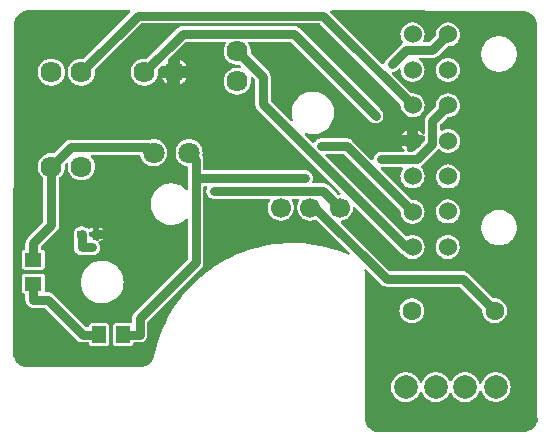
<source format=gtl>
G04 Layer: TopLayer*
G04 EasyEDA v6.4.17, 2021-03-23T23:00:37--7:00*
G04 a523c0ef729f478fa846602dc6c0f112,debd25b7e7f645e7808fdd9718494454,10*
G04 Gerber Generator version 0.2*
G04 Scale: 100 percent, Rotated: No, Reflected: No *
G04 Dimensions in millimeters *
G04 leading zeros omitted , absolute positions ,4 integer and 5 decimal *
%FSLAX45Y45*%
%MOMM*%

%ADD11C,0.8000*%
%ADD12C,0.6100*%
%ADD13R,1.4699X1.1600*%
%ADD16C,1.5240*%
%ADD17C,1.8000*%
%ADD18C,1.7880*%
%ADD19C,1.6000*%
%ADD20C,2.0000*%
%ADD21C,1.7000*%

%LPD*%
G36*
X8840165Y4620310D02*
G01*
X8824772Y4621225D01*
X8811006Y4623612D01*
X8797645Y4627524D01*
X8784793Y4632909D01*
X8772652Y4639716D01*
X8761323Y4647844D01*
X8750960Y4657191D01*
X8741714Y4667605D01*
X8733688Y4678984D01*
X8727033Y4691227D01*
X8721750Y4704130D01*
X8717940Y4717542D01*
X8715654Y4731308D01*
X8714892Y4745634D01*
X8714892Y5948273D01*
X8713927Y5966663D01*
X8710777Y5986119D01*
X8710168Y5988812D01*
X8710117Y5993130D01*
X8711895Y5997092D01*
X8715146Y5999988D01*
X8719312Y6001207D01*
X8723579Y6000597D01*
X8727236Y5998260D01*
X8850934Y5874613D01*
X8859062Y5867654D01*
X8867851Y5862269D01*
X8877350Y5858306D01*
X8887358Y5855919D01*
X8898026Y5855106D01*
X9510877Y5855106D01*
X9514738Y5854293D01*
X9518040Y5852109D01*
X9703409Y5666740D01*
X9705746Y5663133D01*
X9706356Y5658916D01*
X9705898Y5651500D01*
X9706762Y5637733D01*
X9709454Y5624169D01*
X9713925Y5611063D01*
X9720021Y5598668D01*
X9727692Y5587187D01*
X9736836Y5576824D01*
X9747199Y5567680D01*
X9758680Y5560009D01*
X9771075Y5553913D01*
X9784181Y5549442D01*
X9797745Y5546750D01*
X9811512Y5545886D01*
X9825278Y5546750D01*
X9838842Y5549442D01*
X9851948Y5553913D01*
X9864344Y5560009D01*
X9875824Y5567680D01*
X9886188Y5576824D01*
X9895332Y5587187D01*
X9903002Y5598668D01*
X9909098Y5611063D01*
X9913569Y5624169D01*
X9916261Y5637733D01*
X9917125Y5651500D01*
X9916261Y5665266D01*
X9913569Y5678830D01*
X9909098Y5691936D01*
X9903002Y5704332D01*
X9895332Y5715812D01*
X9886188Y5726176D01*
X9875824Y5735320D01*
X9864344Y5742990D01*
X9851948Y5749086D01*
X9838842Y5753557D01*
X9825278Y5756249D01*
X9811512Y5757113D01*
X9804095Y5756656D01*
X9799878Y5757265D01*
X9796272Y5759602D01*
X9588957Y5966866D01*
X9580829Y5973826D01*
X9572040Y5979210D01*
X9562541Y5983173D01*
X9552533Y5985560D01*
X9541865Y5986373D01*
X8929014Y5986373D01*
X8925153Y5987186D01*
X8921851Y5989370D01*
X8513775Y6397447D01*
X8511387Y6401206D01*
X8510879Y6405676D01*
X8512302Y6409944D01*
X8515451Y6413144D01*
X8519668Y6414668D01*
X8522462Y6415024D01*
X8536178Y6418630D01*
X8549284Y6423964D01*
X8561679Y6430924D01*
X8573008Y6439408D01*
X8583218Y6449263D01*
X8592058Y6460337D01*
X8599373Y6472478D01*
X8605113Y6485432D01*
X8609177Y6498996D01*
X8611412Y6513017D01*
X8611717Y6522161D01*
X8612581Y6525971D01*
X8614867Y6529171D01*
X8618118Y6531254D01*
X8621979Y6531965D01*
X8625789Y6531203D01*
X8629040Y6529019D01*
X9014256Y6143853D01*
X9022384Y6136894D01*
X9031173Y6131509D01*
X9034221Y6129934D01*
X9035948Y6128308D01*
X9043720Y6119164D01*
X9053779Y6110020D01*
X9065006Y6102299D01*
X9077147Y6096203D01*
X9089999Y6091732D01*
X9103309Y6088989D01*
X9116923Y6088126D01*
X9130487Y6088989D01*
X9143796Y6091732D01*
X9156649Y6096203D01*
X9168790Y6102299D01*
X9180017Y6110020D01*
X9190075Y6119164D01*
X9198864Y6129528D01*
X9206179Y6141008D01*
X9211919Y6153353D01*
X9215932Y6166307D01*
X9218218Y6179718D01*
X9218676Y6193332D01*
X9217304Y6206896D01*
X9214154Y6220104D01*
X9209278Y6232804D01*
X9202724Y6244742D01*
X9194647Y6255664D01*
X9185198Y6265468D01*
X9174530Y6273901D01*
X9162846Y6280810D01*
X9150299Y6286144D01*
X9137192Y6289700D01*
X9123680Y6291529D01*
X9110116Y6291529D01*
X9096603Y6289700D01*
X9083497Y6286144D01*
X9071660Y6281115D01*
X9067749Y6280302D01*
X9063837Y6281064D01*
X9060484Y6283299D01*
X8381847Y6961936D01*
X8379612Y6965238D01*
X8378850Y6969150D01*
X8379612Y6973011D01*
X8381847Y6976313D01*
X8385098Y6978497D01*
X8389010Y6979310D01*
X8530437Y6979310D01*
X8534298Y6978497D01*
X8537600Y6976313D01*
X9012224Y6501688D01*
X9014612Y6497929D01*
X9015120Y6493357D01*
X9015577Y6479743D01*
X9017863Y6466332D01*
X9021876Y6453327D01*
X9027617Y6440982D01*
X9034932Y6429552D01*
X9043720Y6419138D01*
X9053779Y6409994D01*
X9065006Y6402324D01*
X9077147Y6396177D01*
X9089999Y6391706D01*
X9103309Y6389014D01*
X9116923Y6388100D01*
X9130487Y6389014D01*
X9143796Y6391706D01*
X9156649Y6396177D01*
X9168790Y6402324D01*
X9180017Y6409994D01*
X9190075Y6419138D01*
X9198864Y6429552D01*
X9206179Y6440982D01*
X9211919Y6453327D01*
X9215932Y6466332D01*
X9218218Y6479743D01*
X9218676Y6493357D01*
X9217304Y6506870D01*
X9214154Y6520078D01*
X9209278Y6532778D01*
X9202724Y6544716D01*
X9194647Y6555689D01*
X9185198Y6565442D01*
X9174530Y6573875D01*
X9162846Y6580835D01*
X9150299Y6586118D01*
X9137192Y6589725D01*
X9123680Y6591553D01*
X9112300Y6591553D01*
X9108389Y6592316D01*
X9105087Y6594500D01*
X8849969Y6849668D01*
X8847734Y6852970D01*
X8846972Y6856882D01*
X8847734Y6860743D01*
X8849969Y6864045D01*
X8853220Y6866229D01*
X8857132Y6867042D01*
X9027363Y6867042D01*
X9031732Y6866026D01*
X9035237Y6863334D01*
X9037218Y6859371D01*
X9037370Y6854901D01*
X9035542Y6850837D01*
X9031071Y6844741D01*
X9024518Y6832803D01*
X9019641Y6820103D01*
X9016492Y6806895D01*
X9015120Y6793331D01*
X9015577Y6779768D01*
X9017863Y6766306D01*
X9021876Y6753352D01*
X9027617Y6741007D01*
X9034932Y6729526D01*
X9043720Y6719163D01*
X9053779Y6710019D01*
X9065006Y6702298D01*
X9077147Y6696202D01*
X9089999Y6691731D01*
X9103309Y6688988D01*
X9116923Y6688124D01*
X9130487Y6688988D01*
X9143796Y6691731D01*
X9156649Y6696202D01*
X9168790Y6702298D01*
X9180017Y6710019D01*
X9190075Y6719163D01*
X9198864Y6729526D01*
X9206179Y6741007D01*
X9211919Y6753352D01*
X9215932Y6766306D01*
X9218218Y6779768D01*
X9218676Y6793331D01*
X9217304Y6806895D01*
X9214154Y6820103D01*
X9209278Y6832803D01*
X9202724Y6844741D01*
X9194647Y6855663D01*
X9187586Y6863029D01*
X9185249Y6866890D01*
X9184792Y6871360D01*
X9186367Y6875576D01*
X9189567Y6878726D01*
X9190939Y6879590D01*
X9199067Y6886549D01*
X9330385Y7017816D01*
X9333585Y7020001D01*
X9337344Y7020814D01*
X9341104Y7020153D01*
X9344406Y7018172D01*
X9354718Y7008825D01*
X9365945Y7001154D01*
X9378086Y6995007D01*
X9390938Y6990537D01*
X9404248Y6987844D01*
X9417812Y6986930D01*
X9431375Y6987844D01*
X9444736Y6990537D01*
X9457588Y6995007D01*
X9469729Y7001154D01*
X9480956Y7008825D01*
X9491014Y7017969D01*
X9499803Y7028383D01*
X9507118Y7039813D01*
X9512858Y7052157D01*
X9516872Y7065162D01*
X9519158Y7078573D01*
X9519615Y7092188D01*
X9518243Y7105700D01*
X9515094Y7118959D01*
X9510217Y7131608D01*
X9503664Y7143546D01*
X9495586Y7154519D01*
X9486138Y7164273D01*
X9475470Y7172706D01*
X9463735Y7179665D01*
X9451238Y7184948D01*
X9438081Y7188555D01*
X9424619Y7190384D01*
X9411004Y7190384D01*
X9397542Y7188555D01*
X9384436Y7184948D01*
X9371888Y7179665D01*
X9366453Y7176414D01*
X9362440Y7175093D01*
X9358223Y7175500D01*
X9354515Y7177582D01*
X9352026Y7181037D01*
X9351111Y7185202D01*
X9351111Y7226960D01*
X9351924Y7230821D01*
X9354108Y7234123D01*
X9405264Y7285380D01*
X9408871Y7287717D01*
X9413138Y7288377D01*
X9416897Y7288123D01*
X9430461Y7288987D01*
X9443821Y7291730D01*
X9456674Y7296200D01*
X9468815Y7302296D01*
X9479991Y7310018D01*
X9490100Y7319162D01*
X9498888Y7329525D01*
X9506204Y7341006D01*
X9511944Y7353350D01*
X9515957Y7366304D01*
X9518243Y7379766D01*
X9518650Y7393330D01*
X9517329Y7406894D01*
X9514179Y7420102D01*
X9509252Y7432802D01*
X9502749Y7444740D01*
X9494672Y7455662D01*
X9485223Y7465466D01*
X9474555Y7473899D01*
X9462820Y7480808D01*
X9450324Y7486142D01*
X9437166Y7489748D01*
X9423704Y7491526D01*
X9410090Y7491526D01*
X9396628Y7489748D01*
X9383522Y7486142D01*
X9370974Y7480808D01*
X9359290Y7473899D01*
X9348571Y7465466D01*
X9339122Y7455662D01*
X9331045Y7444740D01*
X9324543Y7432802D01*
X9319615Y7420102D01*
X9316466Y7406894D01*
X9315145Y7393330D01*
X9315399Y7385761D01*
X9314688Y7381697D01*
X9312402Y7378242D01*
X9239300Y7304989D01*
X9232392Y7296861D01*
X9227007Y7288072D01*
X9223044Y7278573D01*
X9220657Y7268565D01*
X9219844Y7257897D01*
X9219844Y7152436D01*
X9218930Y7148322D01*
X9216491Y7144918D01*
X9212834Y7142784D01*
X9208668Y7142327D01*
X9204655Y7143648D01*
X9201505Y7146442D01*
X9194647Y7155688D01*
X9185198Y7165441D01*
X9174530Y7173874D01*
X9162846Y7180834D01*
X9161373Y7181443D01*
X9161373Y7134402D01*
X9209684Y7134402D01*
X9213545Y7133590D01*
X9216847Y7131405D01*
X9219031Y7128103D01*
X9219844Y7124242D01*
X9219844Y7097166D01*
X9219031Y7093305D01*
X9216847Y7090003D01*
X9175343Y7048449D01*
X9172041Y7046264D01*
X9168130Y7045502D01*
X9161373Y7045502D01*
X9161373Y7038695D01*
X9160560Y7034834D01*
X9158376Y7031532D01*
X9128150Y7001306D01*
X9124848Y6999122D01*
X9120987Y6998309D01*
X9082633Y6998309D01*
X9078722Y6999122D01*
X9075420Y7001306D01*
X9073235Y7004608D01*
X9072473Y7008469D01*
X9072473Y7045502D01*
X9025534Y7045502D01*
X9027617Y7040981D01*
X9034932Y7029551D01*
X9043720Y7019137D01*
X9047124Y7016038D01*
X9049562Y7012787D01*
X9050477Y7008825D01*
X9049816Y7004862D01*
X9047632Y7001408D01*
X9044279Y6999122D01*
X9040317Y6998309D01*
X8852560Y6998309D01*
X8841892Y6997496D01*
X8831884Y6995109D01*
X8822385Y6991146D01*
X8813596Y6985762D01*
X8805773Y6979056D01*
X8799068Y6971233D01*
X8793683Y6962444D01*
X8789720Y6952945D01*
X8787333Y6942937D01*
X8786825Y6936486D01*
X8785809Y6932777D01*
X8783523Y6929729D01*
X8780221Y6927748D01*
X8776462Y6927138D01*
X8772702Y6927951D01*
X8769502Y6930085D01*
X8608517Y7091070D01*
X8600389Y7098030D01*
X8591600Y7103414D01*
X8582101Y7107377D01*
X8572093Y7109764D01*
X8561425Y7110577D01*
X8342274Y7110577D01*
X8331606Y7109764D01*
X8321598Y7107377D01*
X8312099Y7103414D01*
X8303310Y7098030D01*
X8295487Y7091324D01*
X8288781Y7083501D01*
X8284667Y7076795D01*
X8282228Y7074103D01*
X8278977Y7072426D01*
X8275370Y7071969D01*
X8271814Y7072884D01*
X8268817Y7074966D01*
X8205673Y7138111D01*
X8203488Y7141362D01*
X8202675Y7145121D01*
X8203336Y7148982D01*
X8205419Y7152233D01*
X8208568Y7154519D01*
X8212328Y7155434D01*
X8216188Y7154875D01*
X8222792Y7152589D01*
X8240877Y7148322D01*
X8259318Y7145934D01*
X8277910Y7145477D01*
X8296452Y7146899D01*
X8314740Y7150252D01*
X8332622Y7155434D01*
X8349843Y7162444D01*
X8366252Y7171181D01*
X8381695Y7181545D01*
X8395970Y7193483D01*
X8408924Y7206792D01*
X8420506Y7221372D01*
X8430463Y7237069D01*
X8438794Y7253731D01*
X8445347Y7271105D01*
X8450072Y7289088D01*
X8452967Y7307478D01*
X8453882Y7326020D01*
X8452967Y7344613D01*
X8450072Y7363002D01*
X8445347Y7380986D01*
X8438794Y7398359D01*
X8430463Y7415022D01*
X8420506Y7430719D01*
X8408924Y7445298D01*
X8395970Y7458608D01*
X8381695Y7470546D01*
X8366252Y7480909D01*
X8349843Y7489647D01*
X8332622Y7496657D01*
X8314740Y7501839D01*
X8296452Y7505192D01*
X8277910Y7506614D01*
X8259318Y7506157D01*
X8240877Y7503769D01*
X8222792Y7499502D01*
X8205216Y7493355D01*
X8188350Y7485481D01*
X8172399Y7475931D01*
X8157565Y7464755D01*
X8143900Y7452106D01*
X8131606Y7438136D01*
X8120837Y7422997D01*
X8111693Y7406792D01*
X8104225Y7389774D01*
X8098586Y7372045D01*
X8094776Y7353858D01*
X8092846Y7335367D01*
X8092846Y7316724D01*
X8094776Y7298232D01*
X8098586Y7280046D01*
X8102193Y7268718D01*
X8102600Y7264247D01*
X8101025Y7260081D01*
X8097824Y7256932D01*
X8093557Y7255509D01*
X8089138Y7256068D01*
X8085328Y7258456D01*
X7920278Y7423505D01*
X7918094Y7426807D01*
X7917281Y7430668D01*
X7917281Y7629245D01*
X7916468Y7639913D01*
X7914081Y7649921D01*
X7910118Y7659420D01*
X7904734Y7668209D01*
X7897774Y7676337D01*
X7749540Y7824622D01*
X7747609Y7827264D01*
X7746644Y7830413D01*
X7747711Y7848600D01*
X7746847Y7863027D01*
X7744104Y7877200D01*
X7739634Y7890967D01*
X7733487Y7904022D01*
X7727086Y7914131D01*
X7725613Y7918196D01*
X7725918Y7922514D01*
X7728000Y7926273D01*
X7731455Y7928864D01*
X7735671Y7929778D01*
X8082127Y7929778D01*
X8085988Y7928965D01*
X8089290Y7926781D01*
X8758428Y7257389D01*
X8766606Y7250430D01*
X8775344Y7245045D01*
X8784894Y7241133D01*
X8794902Y7238695D01*
X8805164Y7237882D01*
X8815425Y7238695D01*
X8825433Y7241082D01*
X8834932Y7245045D01*
X8843721Y7250430D01*
X8851544Y7257084D01*
X8858250Y7264958D01*
X8863634Y7273696D01*
X8867546Y7283246D01*
X8869984Y7293254D01*
X8870797Y7303516D01*
X8869984Y7313777D01*
X8867597Y7323785D01*
X8863634Y7333284D01*
X8858250Y7342073D01*
X8851290Y7350201D01*
X8160258Y8041538D01*
X8152079Y8048498D01*
X8143341Y8053882D01*
X8133791Y8057794D01*
X8123783Y8060232D01*
X8113115Y8061045D01*
X7170318Y8061045D01*
X7159650Y8060232D01*
X7149642Y8057845D01*
X7140143Y8053882D01*
X7131354Y8048498D01*
X7123226Y8041538D01*
X6869277Y7787640D01*
X6866636Y7785709D01*
X6863486Y7784744D01*
X6845300Y7785811D01*
X6830872Y7784947D01*
X6816699Y7782204D01*
X6802932Y7777734D01*
X6789877Y7771587D01*
X6777685Y7763865D01*
X6766559Y7754670D01*
X6756653Y7744104D01*
X6748170Y7732420D01*
X6741210Y7719771D01*
X6735876Y7706359D01*
X6732320Y7692339D01*
X6730492Y7678013D01*
X6730492Y7663586D01*
X6732320Y7649260D01*
X6735876Y7635240D01*
X6741210Y7621828D01*
X6748170Y7609179D01*
X6756653Y7597495D01*
X6766559Y7586929D01*
X6777685Y7577734D01*
X6789877Y7570012D01*
X6802932Y7563866D01*
X6816699Y7559395D01*
X6830872Y7556652D01*
X6845300Y7555788D01*
X6859727Y7556652D01*
X6873900Y7559395D01*
X6887667Y7563866D01*
X6900722Y7570012D01*
X6912914Y7577734D01*
X6924040Y7586929D01*
X6933946Y7597495D01*
X6942429Y7609179D01*
X6949389Y7621828D01*
X6954723Y7635240D01*
X6958279Y7649260D01*
X6960108Y7663586D01*
X6960108Y7678013D01*
X6959092Y7686192D01*
X6959142Y7689240D01*
X6960158Y7692136D01*
X6961987Y7694625D01*
X6986219Y7718856D01*
X6989521Y7721092D01*
X6993381Y7721853D01*
X7048246Y7721853D01*
X7048246Y7776718D01*
X7049008Y7780578D01*
X7051243Y7783880D01*
X7194143Y7926781D01*
X7197445Y7928965D01*
X7201306Y7929778D01*
X7529728Y7929778D01*
X7533944Y7928864D01*
X7537399Y7926273D01*
X7539481Y7922514D01*
X7539786Y7918196D01*
X7538313Y7914131D01*
X7531912Y7904022D01*
X7525766Y7890967D01*
X7521295Y7877200D01*
X7518552Y7863027D01*
X7517688Y7848600D01*
X7518552Y7834172D01*
X7521295Y7819999D01*
X7525766Y7806232D01*
X7531912Y7793177D01*
X7539634Y7780985D01*
X7548829Y7769859D01*
X7559395Y7759953D01*
X7571079Y7751470D01*
X7583728Y7744510D01*
X7597140Y7739176D01*
X7611160Y7735620D01*
X7625486Y7733792D01*
X7639913Y7733792D01*
X7648092Y7734808D01*
X7651140Y7734757D01*
X7654036Y7733741D01*
X7656525Y7731912D01*
X7663789Y7724648D01*
X7666075Y7721193D01*
X7666736Y7717028D01*
X7665720Y7713014D01*
X7663129Y7709712D01*
X7659471Y7707731D01*
X7655306Y7707426D01*
X7639913Y7709408D01*
X7625486Y7709408D01*
X7611160Y7707579D01*
X7597140Y7704023D01*
X7583728Y7698689D01*
X7571079Y7691729D01*
X7559395Y7683246D01*
X7548829Y7673340D01*
X7539634Y7662214D01*
X7531912Y7650022D01*
X7525766Y7636967D01*
X7521295Y7623200D01*
X7518552Y7609027D01*
X7517688Y7594600D01*
X7518552Y7580172D01*
X7521295Y7565999D01*
X7525766Y7552232D01*
X7531912Y7539177D01*
X7539634Y7526985D01*
X7548829Y7515859D01*
X7559395Y7505953D01*
X7571079Y7497470D01*
X7583728Y7490510D01*
X7597140Y7485176D01*
X7611160Y7481620D01*
X7625486Y7479792D01*
X7639913Y7479792D01*
X7654239Y7481620D01*
X7668259Y7485176D01*
X7681671Y7490510D01*
X7694320Y7497470D01*
X7706004Y7505953D01*
X7716570Y7515859D01*
X7725765Y7526985D01*
X7733487Y7539177D01*
X7739634Y7552232D01*
X7744104Y7565999D01*
X7746847Y7580172D01*
X7747711Y7594600D01*
X7746847Y7609027D01*
X7745323Y7616850D01*
X7745425Y7621168D01*
X7747304Y7624978D01*
X7750556Y7627772D01*
X7754670Y7628890D01*
X7758887Y7628280D01*
X7762494Y7625943D01*
X7783017Y7605420D01*
X7785201Y7602118D01*
X7786014Y7598257D01*
X7786014Y7399680D01*
X7786827Y7389012D01*
X7789214Y7379004D01*
X7793177Y7369505D01*
X7798562Y7360716D01*
X7805521Y7352588D01*
X8506561Y6651498D01*
X8508746Y6648297D01*
X8509558Y6644538D01*
X8508898Y6640728D01*
X8506866Y6637477D01*
X8503767Y6635140D01*
X8500008Y6634175D01*
X8489340Y6633514D01*
X8485124Y6634124D01*
X8481517Y6636461D01*
X8406841Y6711086D01*
X8398713Y6718046D01*
X8389924Y6723430D01*
X8380425Y6727393D01*
X8370417Y6729780D01*
X8359749Y6730593D01*
X8278875Y6730593D01*
X8275015Y6731406D01*
X8271713Y6733590D01*
X8269478Y6736892D01*
X8268716Y6740753D01*
X8269478Y6744665D01*
X8273237Y6753656D01*
X8275624Y6763664D01*
X8276437Y6773925D01*
X8275624Y6784187D01*
X8273237Y6794195D01*
X8269274Y6803694D01*
X8263890Y6812483D01*
X8257184Y6820306D01*
X8249361Y6827012D01*
X8240572Y6832396D01*
X8231073Y6836359D01*
X8221065Y6838746D01*
X8210397Y6839559D01*
X7356957Y6839559D01*
X7353096Y6840372D01*
X7349794Y6842556D01*
X7347610Y6845858D01*
X7346797Y6849719D01*
X7346797Y6930491D01*
X7345984Y6941007D01*
X7343597Y6951014D01*
X7337704Y6965188D01*
X7337704Y6968896D01*
X7338618Y6973722D01*
X7339533Y6988200D01*
X7338618Y7002678D01*
X7335875Y7016953D01*
X7331405Y7030770D01*
X7325207Y7043928D01*
X7317435Y7056170D01*
X7308189Y7067346D01*
X7297623Y7077303D01*
X7285837Y7085838D01*
X7273137Y7092848D01*
X7259624Y7098182D01*
X7245553Y7101789D01*
X7231176Y7103618D01*
X7216648Y7103618D01*
X7202220Y7101789D01*
X7188149Y7098182D01*
X7174687Y7092848D01*
X7161936Y7085838D01*
X7150201Y7077303D01*
X7139584Y7067346D01*
X7130338Y7056170D01*
X7122566Y7043928D01*
X7116368Y7030770D01*
X7111898Y7016953D01*
X7109155Y7002678D01*
X7108240Y6988200D01*
X7109155Y6973722D01*
X7111898Y6959447D01*
X7116368Y6945630D01*
X7122566Y6932472D01*
X7130338Y6920230D01*
X7139584Y6909053D01*
X7150201Y6899097D01*
X7161936Y6890562D01*
X7174687Y6883552D01*
X7188149Y6878218D01*
X7202220Y6874611D01*
X7206640Y6874052D01*
X7210094Y6872935D01*
X7212990Y6870700D01*
X7214870Y6867550D01*
X7215530Y6863994D01*
X7215530Y6684213D01*
X7214717Y6680301D01*
X7212482Y6676999D01*
X7209180Y6674764D01*
X7205268Y6674053D01*
X7201357Y6674866D01*
X7198055Y6677101D01*
X7193229Y6682079D01*
X7179309Y6693662D01*
X7164324Y6703771D01*
X7148372Y6712254D01*
X7131608Y6719112D01*
X7114235Y6724142D01*
X7096455Y6727393D01*
X7078421Y6728764D01*
X7060336Y6728307D01*
X7042403Y6725970D01*
X7024827Y6721856D01*
X7007707Y6715912D01*
X6991350Y6708241D01*
X6975856Y6698945D01*
X6961378Y6688074D01*
X6948119Y6675780D01*
X6936181Y6662216D01*
X6925716Y6647484D01*
X6916775Y6631736D01*
X6909562Y6615175D01*
X6904075Y6597954D01*
X6900367Y6580225D01*
X6898487Y6562242D01*
X6898487Y6544157D01*
X6900367Y6526174D01*
X6904075Y6508445D01*
X6909562Y6491224D01*
X6916775Y6474663D01*
X6925716Y6458915D01*
X6936181Y6444183D01*
X6948119Y6430619D01*
X6961378Y6418326D01*
X6975856Y6407454D01*
X6991350Y6398158D01*
X7007707Y6390487D01*
X7024827Y6384544D01*
X7042403Y6380429D01*
X7060336Y6378092D01*
X7078421Y6377635D01*
X7096455Y6379006D01*
X7114235Y6382258D01*
X7131608Y6387287D01*
X7148372Y6394145D01*
X7164324Y6402628D01*
X7179309Y6412738D01*
X7193229Y6424320D01*
X7198055Y6429298D01*
X7201357Y6431534D01*
X7205268Y6432346D01*
X7209180Y6431635D01*
X7212482Y6429400D01*
X7214717Y6426098D01*
X7215530Y6422186D01*
X7215530Y6093104D01*
X7214717Y6089243D01*
X7212533Y6085941D01*
X6759549Y5633212D01*
X6752590Y5625084D01*
X6747205Y5616295D01*
X6743293Y5606796D01*
X6740855Y5596737D01*
X6740042Y5586120D01*
X6740042Y5557113D01*
X6739128Y5552948D01*
X6736638Y5549544D01*
X6732930Y5547410D01*
X6728714Y5547004D01*
X6724954Y5547410D01*
X6610096Y5547410D01*
X6603847Y5546699D01*
X6598412Y5544820D01*
X6593586Y5541772D01*
X6589522Y5537708D01*
X6586474Y5532882D01*
X6584594Y5527446D01*
X6583883Y5521198D01*
X6583883Y5375351D01*
X6584594Y5369102D01*
X6586474Y5363667D01*
X6589522Y5358841D01*
X6593586Y5354777D01*
X6598412Y5351729D01*
X6603847Y5349849D01*
X6610096Y5349138D01*
X6724954Y5349138D01*
X6731203Y5349849D01*
X6736638Y5351729D01*
X6741464Y5354777D01*
X6745528Y5358841D01*
X6748576Y5363667D01*
X6750456Y5369102D01*
X6750964Y5373624D01*
X6752031Y5377129D01*
X6754317Y5380075D01*
X6757466Y5381955D01*
X6761073Y5382666D01*
X6805269Y5382666D01*
X6815937Y5383479D01*
X6825945Y5385866D01*
X6835444Y5389829D01*
X6844233Y5395214D01*
X6852056Y5401919D01*
X6858762Y5409742D01*
X6864146Y5418531D01*
X6868109Y5428030D01*
X6870496Y5438038D01*
X6871309Y5448706D01*
X6871309Y5555081D01*
X6872122Y5558942D01*
X6874306Y5562244D01*
X7327290Y6014974D01*
X7334250Y6023102D01*
X7339634Y6031890D01*
X7343546Y6041390D01*
X7345984Y6051448D01*
X7346797Y6062065D01*
X7346797Y6698132D01*
X7347610Y6701993D01*
X7349794Y6705295D01*
X7353096Y6707479D01*
X7356957Y6708292D01*
X7367270Y6708292D01*
X7371130Y6707479D01*
X7374432Y6705295D01*
X7376668Y6701993D01*
X7377430Y6698132D01*
X7376668Y6694220D01*
X7372908Y6685229D01*
X7370521Y6675221D01*
X7369708Y6664959D01*
X7370521Y6654698D01*
X7372908Y6644690D01*
X7376871Y6635191D01*
X7382256Y6626402D01*
X7388961Y6618579D01*
X7396784Y6611874D01*
X7405573Y6606489D01*
X7415072Y6602526D01*
X7425080Y6600139D01*
X7435748Y6599326D01*
X7899857Y6599326D01*
X7904175Y6598361D01*
X7907629Y6595668D01*
X7909661Y6591808D01*
X7909864Y6587388D01*
X7908188Y6583324D01*
X7906562Y6580987D01*
X7900009Y6568440D01*
X7895132Y6555130D01*
X7891983Y6541312D01*
X7890611Y6527190D01*
X7891068Y6513017D01*
X7893303Y6498996D01*
X7897368Y6485432D01*
X7903108Y6472478D01*
X7910423Y6460337D01*
X7919262Y6449263D01*
X7929473Y6439408D01*
X7940802Y6430924D01*
X7953197Y6423964D01*
X7966303Y6418630D01*
X7980019Y6415024D01*
X7994091Y6413246D01*
X8008264Y6413246D01*
X8022336Y6415024D01*
X8036052Y6418630D01*
X8049158Y6423964D01*
X8061553Y6430924D01*
X8072881Y6439408D01*
X8083092Y6449263D01*
X8091931Y6460337D01*
X8099247Y6472478D01*
X8104987Y6485432D01*
X8109051Y6498996D01*
X8111286Y6513017D01*
X8111744Y6527190D01*
X8110372Y6541312D01*
X8107222Y6555130D01*
X8102346Y6568440D01*
X8095792Y6580987D01*
X8094167Y6583324D01*
X8092490Y6587388D01*
X8092694Y6591808D01*
X8094725Y6595668D01*
X8098180Y6598361D01*
X8102498Y6599326D01*
X8149793Y6599326D01*
X8154111Y6598361D01*
X8157565Y6595668D01*
X8159597Y6591808D01*
X8159800Y6587388D01*
X8158124Y6583324D01*
X8156498Y6580987D01*
X8149945Y6568440D01*
X8145068Y6555130D01*
X8141919Y6541312D01*
X8140547Y6527190D01*
X8141004Y6513017D01*
X8143240Y6498996D01*
X8147303Y6485432D01*
X8153044Y6472478D01*
X8160359Y6460337D01*
X8169198Y6449263D01*
X8179409Y6439408D01*
X8190738Y6430924D01*
X8203133Y6423964D01*
X8216239Y6418630D01*
X8229955Y6415024D01*
X8244027Y6413246D01*
X8258200Y6413246D01*
X8272272Y6415024D01*
X8285988Y6418630D01*
X8294624Y6422136D01*
X8298484Y6422898D01*
X8302345Y6422085D01*
X8305596Y6419900D01*
X8581898Y6143650D01*
X8584082Y6140348D01*
X8584844Y6136487D01*
X8584082Y6132576D01*
X8581898Y6129324D01*
X8578646Y6127089D01*
X8574786Y6126276D01*
X8570874Y6127038D01*
X8524036Y6145987D01*
X8477707Y6162497D01*
X8430768Y6177076D01*
X8383270Y6189726D01*
X8335264Y6200394D01*
X8286851Y6209080D01*
X8238134Y6215735D01*
X8189214Y6220409D01*
X8140090Y6223101D01*
X8090916Y6223711D01*
X8041792Y6222339D01*
X7992719Y6218936D01*
X7943850Y6213500D01*
X7895234Y6206032D01*
X7846974Y6196584D01*
X7799171Y6185204D01*
X7751876Y6171793D01*
X7705140Y6156502D01*
X7659065Y6139281D01*
X7613751Y6120180D01*
X7569301Y6099200D01*
X7525715Y6076442D01*
X7483094Y6051905D01*
X7441539Y6025642D01*
X7401102Y5997651D01*
X7361834Y5968034D01*
X7323836Y5936843D01*
X7287158Y5904077D01*
X7251852Y5869889D01*
X7217968Y5834227D01*
X7185609Y5797194D01*
X7154824Y5758891D01*
X7125563Y5719368D01*
X7098030Y5678627D01*
X7072172Y5636818D01*
X7048042Y5593943D01*
X7025741Y5550154D01*
X7005218Y5505450D01*
X6986574Y5459984D01*
X6969810Y5413756D01*
X6954977Y5366867D01*
X6942074Y5319420D01*
X6931406Y5272836D01*
X6927342Y5257850D01*
X6922109Y5244744D01*
X6915403Y5232298D01*
X6907326Y5220665D01*
X6897979Y5210048D01*
X6887514Y5200548D01*
X6875983Y5192318D01*
X6863638Y5185410D01*
X6850583Y5180025D01*
X6836968Y5176113D01*
X6823049Y5173726D01*
X6808520Y5172913D01*
X5860694Y5172913D01*
X5845200Y5173878D01*
X5831484Y5176266D01*
X5818124Y5180177D01*
X5805271Y5185562D01*
X5793079Y5192369D01*
X5781751Y5200497D01*
X5771438Y5209794D01*
X5762193Y5220258D01*
X5754166Y5231638D01*
X5747461Y5243880D01*
X5742228Y5256784D01*
X5738418Y5270195D01*
X5736132Y5283911D01*
X5735370Y5298236D01*
X5740654Y8060232D01*
X5741822Y8068462D01*
X5742787Y8083803D01*
X5745175Y8097520D01*
X5749086Y8110931D01*
X5754471Y8123783D01*
X5761278Y8135924D01*
X5769406Y8147253D01*
X5778703Y8157616D01*
X5789168Y8166862D01*
X5800547Y8174837D01*
X5812790Y8181543D01*
X5825693Y8186826D01*
X5839104Y8190636D01*
X5852871Y8192871D01*
X5867349Y8193684D01*
X5875782Y8194852D01*
X6718147Y8194192D01*
X6722059Y8193430D01*
X6725361Y8191195D01*
X6727545Y8187893D01*
X6728307Y8184032D01*
X6727545Y8180120D01*
X6725361Y8176818D01*
X6335928Y7787640D01*
X6333236Y7785709D01*
X6330086Y7784744D01*
X6311900Y7785811D01*
X6297472Y7784947D01*
X6283299Y7782204D01*
X6269532Y7777734D01*
X6256477Y7771587D01*
X6244285Y7763865D01*
X6233160Y7754670D01*
X6223254Y7744104D01*
X6214770Y7732420D01*
X6207810Y7719771D01*
X6202476Y7706359D01*
X6198920Y7692339D01*
X6197092Y7678013D01*
X6197092Y7663586D01*
X6198920Y7649260D01*
X6202476Y7635240D01*
X6207810Y7621828D01*
X6214770Y7609179D01*
X6223254Y7597495D01*
X6233160Y7586929D01*
X6244285Y7577734D01*
X6256477Y7570012D01*
X6269532Y7563866D01*
X6283299Y7559395D01*
X6297472Y7556652D01*
X6311900Y7555788D01*
X6326327Y7556652D01*
X6340500Y7559395D01*
X6354267Y7563866D01*
X6367322Y7570012D01*
X6379514Y7577734D01*
X6390640Y7586929D01*
X6400546Y7597495D01*
X6409029Y7609179D01*
X6415989Y7621828D01*
X6421323Y7635240D01*
X6424879Y7649260D01*
X6426708Y7663586D01*
X6426708Y7678013D01*
X6425692Y7686141D01*
X6425742Y7689189D01*
X6426758Y7692136D01*
X6428587Y7694574D01*
X6815175Y8080959D01*
X6818426Y8083143D01*
X6822338Y8083956D01*
X8325713Y8083956D01*
X8329574Y8083143D01*
X8332876Y8080959D01*
X9012224Y7401661D01*
X9014612Y7397851D01*
X9015120Y7393330D01*
X9015577Y7379766D01*
X9017863Y7366304D01*
X9021876Y7353350D01*
X9027617Y7341006D01*
X9034932Y7329525D01*
X9043720Y7319162D01*
X9053779Y7310018D01*
X9065006Y7302296D01*
X9077147Y7296200D01*
X9089999Y7291730D01*
X9103309Y7288987D01*
X9116923Y7288123D01*
X9130487Y7288987D01*
X9143796Y7291730D01*
X9156649Y7296200D01*
X9168790Y7302296D01*
X9180017Y7310018D01*
X9190075Y7319162D01*
X9198864Y7329525D01*
X9206179Y7341006D01*
X9211919Y7353350D01*
X9215932Y7366304D01*
X9218218Y7379766D01*
X9218676Y7393330D01*
X9217304Y7406894D01*
X9214154Y7420102D01*
X9209278Y7432802D01*
X9202724Y7444740D01*
X9194647Y7455662D01*
X9185198Y7465466D01*
X9174530Y7473899D01*
X9162846Y7480808D01*
X9150299Y7486142D01*
X9137192Y7489748D01*
X9123680Y7491526D01*
X9112199Y7491526D01*
X9108338Y7492288D01*
X9105036Y7494524D01*
X8944051Y7655458D01*
X8941917Y7658658D01*
X8941104Y7662418D01*
X8941714Y7666177D01*
X8943695Y7669479D01*
X8946743Y7671765D01*
X8950452Y7672781D01*
X8953601Y7673035D01*
X8963609Y7675422D01*
X8973108Y7679385D01*
X8981897Y7684770D01*
X8990025Y7691729D01*
X8997797Y7699502D01*
X9001048Y7701635D01*
X9004858Y7702448D01*
X9008719Y7701737D01*
X9012021Y7699654D01*
X9014256Y7696453D01*
X9015171Y7692644D01*
X9015577Y7679740D01*
X9017863Y7666329D01*
X9021876Y7653324D01*
X9027617Y7640980D01*
X9034932Y7629550D01*
X9043720Y7619136D01*
X9053779Y7609992D01*
X9065006Y7602321D01*
X9077147Y7596174D01*
X9089999Y7591704D01*
X9103309Y7589012D01*
X9116923Y7588097D01*
X9130487Y7589012D01*
X9143796Y7591704D01*
X9156649Y7596174D01*
X9168790Y7602321D01*
X9180017Y7609992D01*
X9190075Y7619136D01*
X9198864Y7629550D01*
X9206179Y7640980D01*
X9211919Y7653324D01*
X9215932Y7666329D01*
X9218218Y7679740D01*
X9218676Y7693355D01*
X9217304Y7706868D01*
X9214154Y7720126D01*
X9209278Y7732775D01*
X9202724Y7744714D01*
X9194647Y7755686D01*
X9185198Y7765440D01*
X9174784Y7773720D01*
X9172092Y7776870D01*
X9170924Y7780883D01*
X9171482Y7784998D01*
X9173616Y7788554D01*
X9176969Y7790992D01*
X9181084Y7791856D01*
X9284055Y7791856D01*
X9294723Y7792669D01*
X9304731Y7795056D01*
X9314230Y7799019D01*
X9323019Y7804403D01*
X9331147Y7811363D01*
X9405213Y7885430D01*
X9408820Y7887716D01*
X9413087Y7888376D01*
X9416897Y7888122D01*
X9430461Y7889036D01*
X9443821Y7891729D01*
X9456674Y7896199D01*
X9468815Y7902295D01*
X9479991Y7910017D01*
X9490100Y7919161D01*
X9498888Y7929524D01*
X9506204Y7941005D01*
X9511944Y7953349D01*
X9515957Y7966354D01*
X9518243Y7979765D01*
X9518650Y7993329D01*
X9517329Y8006892D01*
X9514179Y8020100D01*
X9509252Y8032800D01*
X9502749Y8044738D01*
X9494672Y8055660D01*
X9485223Y8065465D01*
X9474555Y8073898D01*
X9462820Y8080806D01*
X9450324Y8086140D01*
X9437166Y8089747D01*
X9423704Y8091525D01*
X9410090Y8091525D01*
X9396628Y8089747D01*
X9383522Y8086140D01*
X9370974Y8080806D01*
X9359290Y8073898D01*
X9348571Y8065465D01*
X9339122Y8055660D01*
X9331045Y8044738D01*
X9324543Y8032800D01*
X9319615Y8020100D01*
X9316466Y8006892D01*
X9315145Y7993329D01*
X9315399Y7985810D01*
X9314688Y7981746D01*
X9312402Y7978292D01*
X9260230Y7926120D01*
X9256928Y7923936D01*
X9253067Y7923123D01*
X9213342Y7923123D01*
X9209125Y7924038D01*
X9205671Y7926628D01*
X9203588Y7930438D01*
X9203283Y7934706D01*
X9204756Y7938770D01*
X9206179Y7941005D01*
X9211919Y7953349D01*
X9215932Y7966354D01*
X9218218Y7979765D01*
X9218676Y7993329D01*
X9217304Y8006892D01*
X9214154Y8020100D01*
X9209278Y8032800D01*
X9202724Y8044738D01*
X9194647Y8055660D01*
X9185198Y8065465D01*
X9174530Y8073898D01*
X9162846Y8080806D01*
X9150299Y8086140D01*
X9137192Y8089747D01*
X9123680Y8091525D01*
X9110116Y8091525D01*
X9096603Y8089747D01*
X9083497Y8086140D01*
X9070949Y8080806D01*
X9059265Y8073898D01*
X9048597Y8065465D01*
X9039148Y8055660D01*
X9031071Y8044738D01*
X9024518Y8032800D01*
X9019641Y8020100D01*
X9016492Y8006892D01*
X9015120Y7993329D01*
X9015577Y7979765D01*
X9017863Y7966354D01*
X9021876Y7953349D01*
X9027617Y7941005D01*
X9035084Y7929270D01*
X9036558Y7925511D01*
X9036405Y7921498D01*
X9034780Y7917840D01*
X9031833Y7915148D01*
X9024416Y7910575D01*
X9016288Y7903616D01*
X8897213Y7784541D01*
X8890254Y7776413D01*
X8884869Y7767624D01*
X8880906Y7758125D01*
X8878519Y7748117D01*
X8878265Y7744968D01*
X8877249Y7741259D01*
X8874963Y7738211D01*
X8871661Y7736230D01*
X8867902Y7735620D01*
X8864142Y7736433D01*
X8860942Y7738567D01*
X8424062Y8175447D01*
X8421878Y8178749D01*
X8421116Y8182660D01*
X8421878Y8186521D01*
X8424113Y8189823D01*
X8427415Y8192008D01*
X8431276Y8192820D01*
X10030256Y8191500D01*
X10035032Y8190382D01*
X10041382Y8189518D01*
X10057079Y8189214D01*
X10071252Y8187283D01*
X10085120Y8183778D01*
X10098532Y8178647D01*
X10111232Y8172043D01*
X10123068Y8164017D01*
X10133888Y8154670D01*
X10143591Y8144103D01*
X10152024Y8132572D01*
X10159085Y8120075D01*
X10164622Y8106867D01*
X10168636Y8093151D01*
X10171023Y8079028D01*
X10172446Y8051038D01*
X10172446Y4763109D01*
X10173258Y4756505D01*
X10174935Y4751425D01*
X10177170Y4746599D01*
X10177881Y4744262D01*
X10178034Y4741824D01*
X10177576Y4734712D01*
X10175189Y4720996D01*
X10171277Y4707585D01*
X10165892Y4694732D01*
X10159085Y4682591D01*
X10150957Y4671263D01*
X10141610Y4660900D01*
X10131196Y4651654D01*
X10119766Y4643678D01*
X10107574Y4636973D01*
X10094671Y4631690D01*
X10081260Y4627880D01*
X10067493Y4625644D01*
X10053218Y4624832D01*
X10048494Y4624120D01*
X10043363Y4623003D01*
G37*

%LPC*%
G36*
X9059418Y4878171D02*
G01*
X9074556Y4879086D01*
X9089491Y4881829D01*
X9103969Y4886350D01*
X9117787Y4892548D01*
X9130792Y4900422D01*
X9142730Y4909769D01*
X9153448Y4920488D01*
X9162796Y4932426D01*
X9170670Y4945430D01*
X9176867Y4959248D01*
X9179306Y4964023D01*
X9182760Y4966563D01*
X9186926Y4967478D01*
X9191091Y4966563D01*
X9194546Y4964023D01*
X9196984Y4959248D01*
X9203182Y4945430D01*
X9211056Y4932426D01*
X9220403Y4920488D01*
X9231122Y4909769D01*
X9243060Y4900422D01*
X9256064Y4892548D01*
X9269882Y4886350D01*
X9284360Y4881829D01*
X9299295Y4879086D01*
X9314434Y4878171D01*
X9329572Y4879086D01*
X9344507Y4881829D01*
X9358985Y4886350D01*
X9372803Y4892548D01*
X9385808Y4900422D01*
X9397746Y4909769D01*
X9408464Y4920488D01*
X9417812Y4932426D01*
X9425686Y4945430D01*
X9428632Y4951933D01*
X9430816Y4955082D01*
X9434068Y4957165D01*
X9437878Y4957927D01*
X9441688Y4957165D01*
X9444939Y4955082D01*
X9447123Y4951933D01*
X9450070Y4945430D01*
X9457944Y4932426D01*
X9467291Y4920488D01*
X9478010Y4909769D01*
X9489948Y4900422D01*
X9502952Y4892548D01*
X9516770Y4886350D01*
X9531248Y4881829D01*
X9546183Y4879086D01*
X9561322Y4878171D01*
X9576460Y4879086D01*
X9591395Y4881829D01*
X9605873Y4886350D01*
X9619691Y4892548D01*
X9632696Y4900422D01*
X9644634Y4909769D01*
X9655352Y4920488D01*
X9664700Y4932426D01*
X9672574Y4945430D01*
X9678771Y4959248D01*
X9681819Y4968900D01*
X9683902Y4972608D01*
X9687306Y4975148D01*
X9691471Y4976012D01*
X9695688Y4975148D01*
X9699091Y4972608D01*
X9701174Y4968900D01*
X9703968Y4960061D01*
X9710166Y4946243D01*
X9718040Y4933238D01*
X9727387Y4921300D01*
X9738106Y4910582D01*
X9750044Y4901234D01*
X9763048Y4893360D01*
X9776866Y4887163D01*
X9791344Y4882642D01*
X9806279Y4879898D01*
X9821418Y4878984D01*
X9836556Y4879898D01*
X9851491Y4882642D01*
X9865969Y4887163D01*
X9879787Y4893360D01*
X9892792Y4901234D01*
X9904730Y4910582D01*
X9915448Y4921300D01*
X9924796Y4933238D01*
X9932670Y4946243D01*
X9938867Y4960061D01*
X9943388Y4974539D01*
X9946132Y4989474D01*
X9947046Y5004612D01*
X9946132Y5019751D01*
X9943388Y5034686D01*
X9938867Y5049164D01*
X9932670Y5062982D01*
X9924796Y5075986D01*
X9915448Y5087924D01*
X9904730Y5098643D01*
X9892792Y5107990D01*
X9879787Y5115864D01*
X9865969Y5122062D01*
X9851491Y5126583D01*
X9836556Y5129326D01*
X9821418Y5130241D01*
X9806279Y5129326D01*
X9791344Y5126583D01*
X9776866Y5122062D01*
X9763048Y5115864D01*
X9750044Y5107990D01*
X9738106Y5098643D01*
X9727387Y5087924D01*
X9718040Y5075986D01*
X9710166Y5062982D01*
X9703968Y5049164D01*
X9700920Y5039512D01*
X9698837Y5035804D01*
X9695434Y5033264D01*
X9691268Y5032400D01*
X9687052Y5033264D01*
X9683648Y5035804D01*
X9681565Y5039512D01*
X9678771Y5048351D01*
X9672574Y5062169D01*
X9664700Y5075174D01*
X9655352Y5087112D01*
X9644634Y5097830D01*
X9632696Y5107178D01*
X9619691Y5115052D01*
X9605873Y5121249D01*
X9591395Y5125770D01*
X9576460Y5128514D01*
X9561322Y5129428D01*
X9546183Y5128514D01*
X9531248Y5125770D01*
X9516770Y5121249D01*
X9502952Y5115052D01*
X9489948Y5107178D01*
X9478010Y5097830D01*
X9467291Y5087112D01*
X9457944Y5075174D01*
X9450070Y5062169D01*
X9447123Y5055666D01*
X9444939Y5052517D01*
X9441688Y5050434D01*
X9437878Y5049672D01*
X9434068Y5050434D01*
X9430816Y5052517D01*
X9428632Y5055666D01*
X9425686Y5062169D01*
X9417812Y5075174D01*
X9408464Y5087112D01*
X9397746Y5097830D01*
X9385808Y5107178D01*
X9372803Y5115052D01*
X9358985Y5121249D01*
X9344507Y5125770D01*
X9329572Y5128514D01*
X9314434Y5129428D01*
X9299295Y5128514D01*
X9284360Y5125770D01*
X9269882Y5121249D01*
X9256064Y5115052D01*
X9243060Y5107178D01*
X9231122Y5097830D01*
X9220403Y5087112D01*
X9211056Y5075174D01*
X9203182Y5062169D01*
X9196984Y5048351D01*
X9194546Y5043576D01*
X9191091Y5041036D01*
X9186926Y5040122D01*
X9182760Y5041036D01*
X9179306Y5043576D01*
X9176867Y5048351D01*
X9170670Y5062169D01*
X9162796Y5075174D01*
X9153448Y5087112D01*
X9142730Y5097830D01*
X9130792Y5107178D01*
X9117787Y5115052D01*
X9103969Y5121249D01*
X9089491Y5125770D01*
X9074556Y5128514D01*
X9059418Y5129428D01*
X9044279Y5128514D01*
X9029344Y5125770D01*
X9014866Y5121249D01*
X9001048Y5115052D01*
X8988044Y5107178D01*
X8976106Y5097830D01*
X8965387Y5087112D01*
X8956040Y5075174D01*
X8948166Y5062169D01*
X8941968Y5048351D01*
X8937447Y5033873D01*
X8934704Y5018938D01*
X8933789Y5003800D01*
X8934704Y4988661D01*
X8937447Y4973726D01*
X8941968Y4959248D01*
X8948166Y4945430D01*
X8956040Y4932426D01*
X8965387Y4920488D01*
X8976106Y4909769D01*
X8988044Y4900422D01*
X9001048Y4892548D01*
X9014866Y4886350D01*
X9029344Y4881829D01*
X9044279Y4879086D01*
G37*
G36*
X6406896Y5349138D02*
G01*
X6521754Y5349138D01*
X6528003Y5349849D01*
X6533438Y5351729D01*
X6538264Y5354777D01*
X6542328Y5358841D01*
X6545376Y5363667D01*
X6547256Y5369102D01*
X6547967Y5375351D01*
X6547967Y5521198D01*
X6547256Y5527446D01*
X6545376Y5532882D01*
X6542328Y5537708D01*
X6538264Y5541772D01*
X6533438Y5544820D01*
X6528003Y5546699D01*
X6521754Y5547410D01*
X6406896Y5547410D01*
X6400647Y5546699D01*
X6395212Y5544820D01*
X6390386Y5541772D01*
X6386322Y5537708D01*
X6383274Y5532882D01*
X6381394Y5527446D01*
X6380886Y5522976D01*
X6379819Y5519470D01*
X6377533Y5516524D01*
X6374384Y5514644D01*
X6370777Y5513933D01*
X6357518Y5513933D01*
X6353657Y5514746D01*
X6350355Y5516930D01*
X6079185Y5788050D01*
X6071057Y5795010D01*
X6062268Y5800394D01*
X6052769Y5804357D01*
X6042761Y5806744D01*
X6032093Y5807557D01*
X6014313Y5807557D01*
X6010148Y5808472D01*
X6006744Y5810961D01*
X6004610Y5814669D01*
X6004204Y5818886D01*
X6004610Y5822645D01*
X6004610Y5937504D01*
X6003899Y5943752D01*
X6002020Y5949188D01*
X5998972Y5954014D01*
X5994908Y5958078D01*
X5990082Y5961126D01*
X5984646Y5963005D01*
X5978398Y5963716D01*
X5832551Y5963716D01*
X5826302Y5963005D01*
X5820867Y5961126D01*
X5816041Y5958078D01*
X5811977Y5954014D01*
X5808929Y5949188D01*
X5807049Y5943752D01*
X5806338Y5937504D01*
X5806338Y5822645D01*
X5807049Y5816396D01*
X5808929Y5810961D01*
X5811977Y5806135D01*
X5816041Y5802071D01*
X5820867Y5799023D01*
X5826302Y5797143D01*
X5830824Y5796635D01*
X5834329Y5795568D01*
X5837275Y5793282D01*
X5839155Y5790133D01*
X5839866Y5786526D01*
X5839866Y5742330D01*
X5840679Y5731662D01*
X5843066Y5721654D01*
X5847029Y5712155D01*
X5852414Y5703366D01*
X5859119Y5695543D01*
X5866942Y5688838D01*
X5875731Y5683453D01*
X5885230Y5679490D01*
X5895238Y5677103D01*
X5905906Y5676290D01*
X6001105Y5676290D01*
X6004966Y5675477D01*
X6008268Y5673293D01*
X6279438Y5402173D01*
X6287566Y5395214D01*
X6296355Y5389829D01*
X6305854Y5385866D01*
X6315862Y5383479D01*
X6326530Y5382666D01*
X6370777Y5382666D01*
X6374384Y5381955D01*
X6377533Y5380075D01*
X6379819Y5377129D01*
X6380886Y5373624D01*
X6381394Y5369102D01*
X6383274Y5363667D01*
X6386322Y5358841D01*
X6390386Y5354777D01*
X6395212Y5351729D01*
X6400647Y5349849D01*
G37*
G36*
X9111538Y5545886D02*
G01*
X9125305Y5546750D01*
X9138869Y5549442D01*
X9151924Y5553913D01*
X9164320Y5560009D01*
X9175800Y5567680D01*
X9186214Y5576824D01*
X9195308Y5587187D01*
X9202978Y5598668D01*
X9209125Y5611063D01*
X9213545Y5624169D01*
X9216237Y5637733D01*
X9217152Y5651500D01*
X9216237Y5665266D01*
X9213545Y5678830D01*
X9209125Y5691936D01*
X9202978Y5704332D01*
X9195308Y5715812D01*
X9186214Y5726176D01*
X9175800Y5735320D01*
X9164320Y5742990D01*
X9151924Y5749086D01*
X9138869Y5753557D01*
X9125305Y5756249D01*
X9111538Y5757113D01*
X9097721Y5756249D01*
X9084157Y5753557D01*
X9071102Y5749086D01*
X9058706Y5742990D01*
X9047226Y5735320D01*
X9036812Y5726176D01*
X9027718Y5715812D01*
X9020048Y5704332D01*
X9013901Y5691936D01*
X9009481Y5678830D01*
X9006789Y5665266D01*
X9005874Y5651500D01*
X9006789Y5637733D01*
X9009481Y5624169D01*
X9013901Y5611063D01*
X9020048Y5598668D01*
X9027718Y5587187D01*
X9036812Y5576824D01*
X9047226Y5567680D01*
X9058706Y5560009D01*
X9071102Y5553913D01*
X9084157Y5549442D01*
X9097721Y5546750D01*
G37*
G36*
X6494373Y5712206D02*
G01*
X6512915Y5713628D01*
X6531203Y5716981D01*
X6549034Y5722162D01*
X6566255Y5729173D01*
X6582714Y5737910D01*
X6598107Y5748324D01*
X6612381Y5760212D01*
X6625386Y5773572D01*
X6636918Y5788152D01*
X6646925Y5803849D01*
X6655206Y5820460D01*
X6661810Y5837885D01*
X6666534Y5855868D01*
X6669379Y5874207D01*
X6670344Y5892800D01*
X6669379Y5911392D01*
X6666534Y5929731D01*
X6661810Y5947714D01*
X6655206Y5965139D01*
X6646925Y5981750D01*
X6636918Y5997448D01*
X6625386Y6012027D01*
X6612381Y6025388D01*
X6598107Y6037275D01*
X6582714Y6047689D01*
X6566255Y6056426D01*
X6549034Y6063437D01*
X6531203Y6068618D01*
X6512915Y6071920D01*
X6494373Y6073394D01*
X6475780Y6072886D01*
X6457289Y6070498D01*
X6439204Y6066231D01*
X6421628Y6060135D01*
X6404813Y6052261D01*
X6388862Y6042660D01*
X6373977Y6031534D01*
X6360312Y6018885D01*
X6348069Y6004915D01*
X6337300Y5989726D01*
X6328105Y5973572D01*
X6320688Y5956503D01*
X6314998Y5938824D01*
X6311188Y5920587D01*
X6309309Y5902096D01*
X6309309Y5883503D01*
X6311188Y5865012D01*
X6314998Y5846775D01*
X6320688Y5829096D01*
X6328105Y5812028D01*
X6337300Y5795873D01*
X6348069Y5780684D01*
X6360312Y5766714D01*
X6373977Y5754065D01*
X6388862Y5742940D01*
X6404813Y5733338D01*
X6421628Y5725464D01*
X6439204Y5719368D01*
X6457289Y5715101D01*
X6475780Y5712714D01*
G37*
G36*
X5832551Y5999632D02*
G01*
X5978398Y5999632D01*
X5984646Y6000343D01*
X5990082Y6002223D01*
X5994908Y6005271D01*
X5998972Y6009335D01*
X6002020Y6014161D01*
X6003899Y6019596D01*
X6004610Y6025845D01*
X6004610Y6140704D01*
X6003899Y6146952D01*
X6002020Y6152388D01*
X5998972Y6157214D01*
X5994908Y6161278D01*
X5990082Y6164326D01*
X5984646Y6166205D01*
X5980176Y6166713D01*
X5976670Y6167780D01*
X5973724Y6170066D01*
X5971844Y6173216D01*
X5971133Y6176822D01*
X5971133Y6190081D01*
X5971946Y6193942D01*
X5974130Y6197244D01*
X6104026Y6327190D01*
X6110986Y6335318D01*
X6116370Y6344107D01*
X6120333Y6353606D01*
X6122720Y6363614D01*
X6123533Y6374282D01*
X6123533Y6771233D01*
X6124498Y6775551D01*
X6127242Y6779056D01*
X6136640Y6786829D01*
X6146546Y6797395D01*
X6155029Y6809079D01*
X6161989Y6821728D01*
X6167323Y6835140D01*
X6170879Y6849160D01*
X6172708Y6863486D01*
X6172708Y6877913D01*
X6171692Y6886092D01*
X6171742Y6889140D01*
X6172758Y6892036D01*
X6174587Y6894525D01*
X6181852Y6901789D01*
X6185306Y6904075D01*
X6189472Y6904736D01*
X6193485Y6903720D01*
X6196787Y6901129D01*
X6198768Y6897471D01*
X6199073Y6893306D01*
X6197092Y6877913D01*
X6197092Y6863486D01*
X6198920Y6849160D01*
X6202476Y6835140D01*
X6207810Y6821728D01*
X6214770Y6809079D01*
X6223254Y6797395D01*
X6233160Y6786829D01*
X6244285Y6777634D01*
X6256477Y6769912D01*
X6269532Y6763766D01*
X6283299Y6759295D01*
X6297472Y6756552D01*
X6311900Y6755688D01*
X6326327Y6756552D01*
X6340500Y6759295D01*
X6354267Y6763766D01*
X6367322Y6769912D01*
X6379514Y6777634D01*
X6390640Y6786829D01*
X6400546Y6797395D01*
X6409029Y6809079D01*
X6415989Y6821728D01*
X6421323Y6835140D01*
X6424879Y6849160D01*
X6426708Y6863486D01*
X6426708Y6877913D01*
X6424879Y6892239D01*
X6421323Y6906259D01*
X6415989Y6919671D01*
X6409029Y6932320D01*
X6400546Y6944004D01*
X6393281Y6951776D01*
X6391198Y6955078D01*
X6390538Y6958939D01*
X6391351Y6962749D01*
X6393586Y6965950D01*
X6396837Y6968134D01*
X6400698Y6968896D01*
X6801713Y6968896D01*
X6805117Y6968286D01*
X6808165Y6966559D01*
X6810451Y6963867D01*
X6816394Y6945630D01*
X6822592Y6932472D01*
X6830364Y6920230D01*
X6839610Y6909053D01*
X6850176Y6899097D01*
X6861962Y6890562D01*
X6874662Y6883552D01*
X6888175Y6878218D01*
X6902246Y6874611D01*
X6916623Y6872782D01*
X6931152Y6872782D01*
X6945579Y6874611D01*
X6959650Y6878218D01*
X6973112Y6883552D01*
X6985863Y6890562D01*
X6997598Y6899097D01*
X7008215Y6909053D01*
X7017461Y6920230D01*
X7025233Y6932472D01*
X7031431Y6945630D01*
X7035901Y6959447D01*
X7038644Y6973722D01*
X7039559Y6988200D01*
X7038644Y7002678D01*
X7035901Y7016953D01*
X7031431Y7030770D01*
X7025233Y7043928D01*
X7017461Y7056170D01*
X7008215Y7067346D01*
X6997598Y7077303D01*
X6985863Y7085838D01*
X6973112Y7092848D01*
X6959650Y7098182D01*
X6945579Y7101789D01*
X6931152Y7103618D01*
X6916623Y7103618D01*
X6902246Y7101789D01*
X6892798Y7099350D01*
X6890359Y7099046D01*
X6877151Y7100163D01*
X6222136Y7100163D01*
X6211468Y7099350D01*
X6201460Y7096963D01*
X6191961Y7093000D01*
X6183172Y7087616D01*
X6175044Y7080656D01*
X6081877Y6987540D01*
X6079236Y6985609D01*
X6076086Y6984644D01*
X6057900Y6985711D01*
X6043472Y6984847D01*
X6029299Y6982104D01*
X6015532Y6977634D01*
X6002477Y6971487D01*
X5990285Y6963765D01*
X5979160Y6954570D01*
X5969254Y6944004D01*
X5960770Y6932320D01*
X5953810Y6919671D01*
X5948476Y6906259D01*
X5944920Y6892239D01*
X5943092Y6877913D01*
X5943092Y6863486D01*
X5944920Y6849160D01*
X5948476Y6835140D01*
X5953810Y6821728D01*
X5960770Y6809079D01*
X5969254Y6797395D01*
X5979160Y6786829D01*
X5988558Y6779056D01*
X5991301Y6775551D01*
X5992266Y6771233D01*
X5992266Y6405270D01*
X5991453Y6401409D01*
X5989269Y6398107D01*
X5859373Y6268161D01*
X5852414Y6260033D01*
X5847029Y6251244D01*
X5843066Y6241745D01*
X5840679Y6231737D01*
X5839866Y6221069D01*
X5839866Y6176822D01*
X5839155Y6173216D01*
X5837275Y6170066D01*
X5834329Y6167780D01*
X5830824Y6166713D01*
X5826302Y6166205D01*
X5820867Y6164326D01*
X5816041Y6161278D01*
X5811977Y6157214D01*
X5808929Y6152388D01*
X5807049Y6146952D01*
X5806338Y6140704D01*
X5806338Y6025845D01*
X5807049Y6019596D01*
X5808929Y6014161D01*
X5811977Y6009335D01*
X5816041Y6005271D01*
X5820867Y6002223D01*
X5826302Y6000343D01*
G37*
G36*
X9414205Y6088837D02*
G01*
X9427768Y6089751D01*
X9441078Y6092494D01*
X9453930Y6096965D01*
X9466072Y6103061D01*
X9477298Y6110782D01*
X9487408Y6119876D01*
X9496196Y6130290D01*
X9503511Y6141770D01*
X9509201Y6154115D01*
X9513265Y6167069D01*
X9515500Y6180480D01*
X9515957Y6194094D01*
X9514586Y6207607D01*
X9511436Y6220866D01*
X9506559Y6233566D01*
X9500006Y6245504D01*
X9491980Y6256426D01*
X9482480Y6266230D01*
X9471812Y6274663D01*
X9460128Y6281572D01*
X9447580Y6286906D01*
X9434474Y6290462D01*
X9421012Y6292291D01*
X9407398Y6292291D01*
X9393936Y6290462D01*
X9380778Y6286906D01*
X9368282Y6281572D01*
X9356547Y6274663D01*
X9345879Y6266230D01*
X9336430Y6256426D01*
X9328353Y6245504D01*
X9321800Y6233566D01*
X9316923Y6220866D01*
X9313773Y6207607D01*
X9312402Y6194094D01*
X9312859Y6180480D01*
X9315145Y6167069D01*
X9319158Y6154115D01*
X9324898Y6141770D01*
X9332214Y6130290D01*
X9341002Y6119876D01*
X9351060Y6110782D01*
X9362287Y6103061D01*
X9374428Y6096965D01*
X9387281Y6092494D01*
X9400641Y6089751D01*
G37*
G36*
X6315862Y6123330D02*
G01*
X6405727Y6123330D01*
X6416395Y6124143D01*
X6426403Y6126530D01*
X6435902Y6130493D01*
X6444691Y6135878D01*
X6452514Y6142583D01*
X6459220Y6150406D01*
X6464604Y6159195D01*
X6468567Y6168694D01*
X6470954Y6178702D01*
X6471767Y6188964D01*
X6470954Y6199225D01*
X6468567Y6209233D01*
X6464604Y6218732D01*
X6458915Y6228080D01*
X6457492Y6232093D01*
X6457848Y6236360D01*
X6459931Y6240119D01*
X6463385Y6242659D01*
X6467551Y6243523D01*
X6469837Y6243523D01*
X6476085Y6244234D01*
X6481521Y6246164D01*
X6486347Y6249212D01*
X6490411Y6253226D01*
X6493459Y6258102D01*
X6495338Y6263487D01*
X6496050Y6269786D01*
X6496050Y6277864D01*
X6459270Y6277864D01*
X6459270Y6251295D01*
X6458356Y6247130D01*
X6455816Y6243675D01*
X6452057Y6241592D01*
X6447790Y6241186D01*
X6443776Y6242608D01*
X6435902Y6247434D01*
X6426403Y6251397D01*
X6419342Y6253073D01*
X6415328Y6255054D01*
X6412534Y6258560D01*
X6411569Y6262928D01*
X6411569Y6277864D01*
X6391249Y6277864D01*
X6387388Y6278626D01*
X6384086Y6280810D01*
X6381902Y6284112D01*
X6381089Y6288024D01*
X6381089Y6298793D01*
X6380276Y6309614D01*
X6380784Y6313728D01*
X6382918Y6317284D01*
X6386322Y6319672D01*
X6390386Y6320536D01*
X6411569Y6320536D01*
X6411569Y6354826D01*
X6400952Y6354826D01*
X6394704Y6354165D01*
X6389268Y6352235D01*
X6384442Y6349187D01*
X6382562Y6347358D01*
X6379311Y6345123D01*
X6375400Y6344361D01*
X6371488Y6345123D01*
X6368237Y6347358D01*
X6366357Y6349187D01*
X6361531Y6352235D01*
X6356096Y6354165D01*
X6352082Y6354572D01*
X6347917Y6356045D01*
X6345224Y6357670D01*
X6335725Y6361633D01*
X6325717Y6364020D01*
X6315456Y6364833D01*
X6305194Y6364020D01*
X6295186Y6361633D01*
X6285687Y6357670D01*
X6282994Y6356045D01*
X6278829Y6354622D01*
X6274714Y6354165D01*
X6269278Y6352235D01*
X6264452Y6349187D01*
X6260388Y6345174D01*
X6257340Y6340297D01*
X6255461Y6334912D01*
X6254750Y6328613D01*
X6254750Y6325616D01*
X6253988Y6321704D01*
X6253022Y6319469D01*
X6250635Y6309461D01*
X6249822Y6298793D01*
X6249822Y6189370D01*
X6250635Y6178702D01*
X6253022Y6168694D01*
X6256985Y6159195D01*
X6262370Y6150406D01*
X6269075Y6142583D01*
X6276898Y6135878D01*
X6285687Y6130493D01*
X6295186Y6126530D01*
X6305194Y6124143D01*
G37*
G36*
X9849358Y6204254D02*
G01*
X9866223Y6205220D01*
X9882835Y6208064D01*
X9899091Y6212738D01*
X9914686Y6219190D01*
X9929469Y6227368D01*
X9943236Y6237122D01*
X9955834Y6248400D01*
X9967112Y6260998D01*
X9976866Y6274765D01*
X9985044Y6289548D01*
X9991496Y6305143D01*
X9996170Y6321399D01*
X9999014Y6338011D01*
X9999980Y6354876D01*
X9999014Y6371793D01*
X9996170Y6388404D01*
X9991496Y6404660D01*
X9985044Y6420256D01*
X9976866Y6435039D01*
X9967112Y6448806D01*
X9955834Y6461404D01*
X9943236Y6472682D01*
X9929469Y6482435D01*
X9914686Y6490614D01*
X9899091Y6497066D01*
X9882835Y6501739D01*
X9866223Y6504584D01*
X9849358Y6505549D01*
X9832441Y6504584D01*
X9815830Y6501739D01*
X9799574Y6497066D01*
X9783978Y6490614D01*
X9769195Y6482435D01*
X9755428Y6472682D01*
X9742830Y6461404D01*
X9731552Y6448806D01*
X9721799Y6435039D01*
X9713620Y6420256D01*
X9707168Y6404660D01*
X9702495Y6388404D01*
X9699650Y6371793D01*
X9698685Y6354876D01*
X9699650Y6338011D01*
X9702495Y6321399D01*
X9707168Y6305143D01*
X9713620Y6289548D01*
X9721799Y6274765D01*
X9731552Y6260998D01*
X9742830Y6248400D01*
X9755428Y6237122D01*
X9769195Y6227368D01*
X9783978Y6219190D01*
X9799574Y6212738D01*
X9815830Y6208064D01*
X9832441Y6205220D01*
G37*
G36*
X6459270Y6320536D02*
G01*
X6496050Y6320536D01*
X6496050Y6328613D01*
X6495338Y6334912D01*
X6493459Y6340297D01*
X6490411Y6345174D01*
X6486347Y6349187D01*
X6481521Y6352235D01*
X6476085Y6354165D01*
X6469837Y6354826D01*
X6459270Y6354826D01*
G37*
G36*
X9416084Y6389573D02*
G01*
X9429648Y6390487D01*
X9442958Y6393180D01*
X9455810Y6397650D01*
X9467951Y6403797D01*
X9479178Y6411468D01*
X9489287Y6420612D01*
X9498076Y6430975D01*
X9505391Y6442456D01*
X9511080Y6454800D01*
X9515144Y6467805D01*
X9517380Y6481216D01*
X9517837Y6494780D01*
X9516465Y6508343D01*
X9513316Y6521551D01*
X9508439Y6534251D01*
X9501886Y6546189D01*
X9493859Y6557162D01*
X9484360Y6566916D01*
X9473692Y6575348D01*
X9462008Y6582257D01*
X9449460Y6587591D01*
X9436354Y6591198D01*
X9422892Y6592976D01*
X9409277Y6592976D01*
X9395815Y6591198D01*
X9382658Y6587591D01*
X9370161Y6582257D01*
X9358426Y6575348D01*
X9347758Y6566916D01*
X9338310Y6557162D01*
X9330232Y6546189D01*
X9323679Y6534251D01*
X9318802Y6521551D01*
X9315653Y6508343D01*
X9314281Y6494780D01*
X9314738Y6481216D01*
X9317024Y6467805D01*
X9321038Y6454800D01*
X9326778Y6442456D01*
X9334093Y6430975D01*
X9342882Y6420612D01*
X9352940Y6411468D01*
X9364167Y6403797D01*
X9376308Y6397650D01*
X9389160Y6393180D01*
X9402521Y6390487D01*
G37*
G36*
X9417812Y6685737D02*
G01*
X9431375Y6686651D01*
X9444736Y6689394D01*
X9457588Y6693865D01*
X9469729Y6699961D01*
X9480956Y6707682D01*
X9491014Y6716775D01*
X9499803Y6727190D01*
X9507118Y6738670D01*
X9512858Y6751015D01*
X9516872Y6763969D01*
X9519158Y6777380D01*
X9519615Y6790994D01*
X9518243Y6804507D01*
X9515094Y6817766D01*
X9510217Y6830466D01*
X9503664Y6842404D01*
X9495586Y6853326D01*
X9486138Y6863130D01*
X9475470Y6871563D01*
X9463735Y6878472D01*
X9451238Y6883806D01*
X9438081Y6887362D01*
X9424619Y6889191D01*
X9411004Y6889191D01*
X9397542Y6887362D01*
X9384436Y6883806D01*
X9371888Y6878472D01*
X9360204Y6871563D01*
X9349536Y6863130D01*
X9340037Y6853326D01*
X9332010Y6842404D01*
X9325457Y6830466D01*
X9320580Y6817766D01*
X9317431Y6804507D01*
X9316059Y6790994D01*
X9316516Y6777380D01*
X9318752Y6763969D01*
X9322816Y6751015D01*
X9328505Y6738670D01*
X9335820Y6727190D01*
X9344609Y6716775D01*
X9354718Y6707682D01*
X9365945Y6699961D01*
X9378086Y6693865D01*
X9390938Y6689394D01*
X9404248Y6686651D01*
G37*
G36*
X9025382Y7134402D02*
G01*
X9072473Y7134402D01*
X9072473Y7181443D01*
X9070949Y7180834D01*
X9059265Y7173874D01*
X9048597Y7165441D01*
X9039148Y7155688D01*
X9031071Y7144715D01*
G37*
G36*
X6057900Y7555788D02*
G01*
X6072327Y7556652D01*
X6086500Y7559395D01*
X6100267Y7563866D01*
X6113322Y7570012D01*
X6125514Y7577734D01*
X6136640Y7586929D01*
X6146546Y7597495D01*
X6155029Y7609179D01*
X6161989Y7621828D01*
X6167323Y7635240D01*
X6170879Y7649260D01*
X6172708Y7663586D01*
X6172708Y7678013D01*
X6170879Y7692339D01*
X6167323Y7706359D01*
X6161989Y7719771D01*
X6155029Y7732420D01*
X6146546Y7744104D01*
X6136640Y7754670D01*
X6125514Y7763865D01*
X6113322Y7771587D01*
X6100267Y7777734D01*
X6086500Y7782204D01*
X6072327Y7784947D01*
X6057900Y7785811D01*
X6043472Y7784947D01*
X6029299Y7782204D01*
X6015532Y7777734D01*
X6002477Y7771587D01*
X5990285Y7763865D01*
X5979160Y7754670D01*
X5969254Y7744104D01*
X5960770Y7732420D01*
X5953810Y7719771D01*
X5948476Y7706359D01*
X5944920Y7692339D01*
X5943092Y7678013D01*
X5943092Y7663586D01*
X5944920Y7649260D01*
X5948476Y7635240D01*
X5953810Y7621828D01*
X5960770Y7609179D01*
X5969254Y7597495D01*
X5979160Y7586929D01*
X5990285Y7577734D01*
X6002477Y7570012D01*
X6015532Y7563866D01*
X6029299Y7559395D01*
X6043472Y7556652D01*
G37*
G36*
X7150353Y7567930D02*
G01*
X7154722Y7570012D01*
X7166914Y7577734D01*
X7178040Y7586929D01*
X7187946Y7597495D01*
X7196429Y7609179D01*
X7202271Y7619746D01*
X7150353Y7619746D01*
G37*
G36*
X7048246Y7567930D02*
G01*
X7048246Y7619746D01*
X6996328Y7619746D01*
X7002170Y7609179D01*
X7010653Y7597495D01*
X7020559Y7586929D01*
X7031685Y7577734D01*
X7043877Y7570012D01*
G37*
G36*
X9416897Y7588097D02*
G01*
X9430461Y7589012D01*
X9443821Y7591704D01*
X9456674Y7596174D01*
X9468815Y7602321D01*
X9479991Y7609992D01*
X9490100Y7619136D01*
X9498888Y7629550D01*
X9506204Y7640980D01*
X9511944Y7653324D01*
X9515957Y7666329D01*
X9518243Y7679740D01*
X9518650Y7693355D01*
X9517329Y7706868D01*
X9514179Y7720126D01*
X9509252Y7732775D01*
X9502749Y7744714D01*
X9494672Y7755686D01*
X9485223Y7765440D01*
X9474555Y7773873D01*
X9462820Y7780832D01*
X9450324Y7786116D01*
X9437166Y7789722D01*
X9423704Y7791551D01*
X9410090Y7791551D01*
X9396628Y7789722D01*
X9383522Y7786116D01*
X9370974Y7780832D01*
X9359290Y7773873D01*
X9348571Y7765440D01*
X9339122Y7755686D01*
X9331045Y7744714D01*
X9324543Y7732775D01*
X9319615Y7720126D01*
X9316466Y7706868D01*
X9315145Y7693355D01*
X9315602Y7679740D01*
X9317837Y7666329D01*
X9321850Y7653324D01*
X9327591Y7640980D01*
X9334906Y7629550D01*
X9343694Y7619136D01*
X9353804Y7609992D01*
X9364980Y7602321D01*
X9377121Y7596174D01*
X9389973Y7591704D01*
X9403334Y7589012D01*
G37*
G36*
X9848291Y7673848D02*
G01*
X9865156Y7674762D01*
X9881819Y7677607D01*
X9898024Y7682280D01*
X9913670Y7688732D01*
X9928453Y7696911D01*
X9942220Y7706715D01*
X9954818Y7717942D01*
X9966045Y7730540D01*
X9975850Y7744307D01*
X9984028Y7759090D01*
X9990480Y7774736D01*
X9995154Y7790942D01*
X9997998Y7807604D01*
X9998913Y7824470D01*
X9997998Y7841335D01*
X9995154Y7857998D01*
X9990480Y7874203D01*
X9984028Y7889849D01*
X9975850Y7904632D01*
X9966045Y7918399D01*
X9954818Y7930997D01*
X9942220Y7942224D01*
X9928453Y7952028D01*
X9913670Y7960207D01*
X9898024Y7966659D01*
X9881819Y7971332D01*
X9865156Y7974177D01*
X9848291Y7975092D01*
X9831425Y7974177D01*
X9814763Y7971332D01*
X9798558Y7966659D01*
X9782911Y7960207D01*
X9768128Y7952028D01*
X9754362Y7942224D01*
X9741763Y7930997D01*
X9730536Y7918399D01*
X9720732Y7904632D01*
X9712553Y7889849D01*
X9706102Y7874203D01*
X9701428Y7857998D01*
X9698583Y7841335D01*
X9697669Y7824470D01*
X9698583Y7807604D01*
X9701428Y7790942D01*
X9706102Y7774736D01*
X9712553Y7759090D01*
X9720732Y7744307D01*
X9730536Y7730540D01*
X9741763Y7717942D01*
X9754362Y7706715D01*
X9768128Y7696911D01*
X9782911Y7688732D01*
X9798558Y7682280D01*
X9814763Y7677607D01*
X9831425Y7674762D01*
G37*
G36*
X7150353Y7721853D02*
G01*
X7202271Y7721853D01*
X7196429Y7732420D01*
X7187946Y7744104D01*
X7178040Y7754670D01*
X7166914Y7763865D01*
X7154722Y7771587D01*
X7150353Y7773670D01*
G37*

%LPD*%
D11*
X8251190Y6523736D02*
G01*
X8294624Y6523736D01*
X8897620Y5920739D01*
X9542272Y5920739D01*
X9811511Y5651500D01*
X6326124Y5448300D02*
G01*
X6032500Y5741923D01*
X5905500Y5741923D01*
X6464300Y5448300D02*
G01*
X6326124Y5448300D01*
X5905500Y5880100D02*
G01*
X5905500Y5741923D01*
X9116822Y7389876D02*
G01*
X8357108Y8149589D01*
X6790943Y8149589D01*
X6311900Y7670800D01*
X6315456Y6299200D02*
G01*
X6315456Y6188963D01*
X6315456Y6188963D02*
G01*
X6406134Y6188963D01*
X9416795Y7389876D02*
G01*
X9285477Y7258304D01*
X9285477Y7065771D01*
X9152381Y6932676D01*
X8852154Y6932676D01*
X9116822Y6189979D02*
G01*
X9060941Y6189979D01*
X7851647Y7399273D01*
X7851647Y7629652D01*
X7632700Y7848600D01*
X7099300Y7670800D02*
G01*
X7070852Y7642352D01*
X7070852Y6919468D01*
X6550406Y6399021D01*
X6550406Y6299200D01*
X6435343Y6299200D02*
G01*
X6550406Y6299200D01*
X9116822Y7089902D02*
G01*
X9116822Y7201408D01*
X8269477Y8048752D01*
X8269477Y8053323D01*
X8341868Y7044944D02*
G01*
X8561831Y7044944D01*
X9116822Y6489954D01*
X6667500Y5448300D02*
G01*
X6805675Y5448300D01*
X6805675Y5448300D02*
G01*
X6805675Y5586476D01*
X7281163Y6061710D01*
X7281163Y6773926D01*
X7281163Y6773926D02*
G01*
X7281163Y6930897D01*
X7224013Y6988302D01*
X7281163Y6773926D02*
G01*
X8210804Y6773926D01*
X9416795Y7989823D02*
G01*
X9284461Y7857489D01*
X9062974Y7857489D01*
X8943340Y7737855D01*
X7435341Y6664960D02*
G01*
X8360156Y6664960D01*
X8501379Y6523736D01*
X5905500Y6083300D02*
G01*
X5905500Y6221476D01*
X6923786Y6988302D02*
G01*
X6877558Y7034529D01*
X6221729Y7034529D01*
X6057900Y6870700D01*
X6057900Y6870700D02*
G01*
X6057900Y6373876D01*
X5905500Y6221476D01*
X6845300Y7670800D02*
G01*
X7169911Y7995412D01*
X8113522Y7995412D01*
X8805163Y7303515D01*
D13*
G01*
X5905500Y6083274D03*
G01*
X5905500Y5880074D03*
G36*
X6406311Y5521782D02*
G01*
X6522313Y5521782D01*
X6522313Y5374792D01*
X6406311Y5374792D01*
G37*
G36*
X6609511Y5521782D02*
G01*
X6725513Y5521782D01*
X6725513Y5374792D01*
X6609511Y5374792D01*
G37*
G36*
X6280404Y6329197D02*
G01*
X6350406Y6329197D01*
X6350406Y6269202D01*
X6280404Y6269202D01*
G37*
G36*
X6400393Y6329197D02*
G01*
X6470395Y6329197D01*
X6470395Y6269202D01*
X6400393Y6269202D01*
G37*
D16*
G01*
X9416084Y6491401D03*
G01*
X9414205Y6190691D03*
G01*
X9417811Y6787591D03*
G01*
X9417811Y7088759D03*
G01*
X9416897Y7389926D03*
G01*
X9416897Y7689926D03*
G01*
X9416897Y7989925D03*
G01*
X9116898Y7989925D03*
G01*
X9116898Y7689926D03*
G01*
X9116898Y7389926D03*
G01*
X9116898Y7089927D03*
G01*
X9116898Y6789928D03*
G01*
X9116898Y6489928D03*
G01*
X9116898Y6189929D03*
D17*
G01*
X6923887Y6988200D03*
G01*
X7223886Y6988200D03*
D18*
G01*
X7099300Y7670800D03*
G01*
X6845300Y7670800D03*
D19*
G01*
X9811511Y5651500D03*
G01*
X9111513Y5651500D03*
D18*
G01*
X6311900Y6870700D03*
G01*
X6057900Y6870700D03*
G01*
X6311900Y7670800D03*
G01*
X6057900Y7670800D03*
G01*
X7632700Y7594600D03*
G01*
X7632700Y7848600D03*
D20*
G01*
X9561322Y5003800D03*
G01*
X9821418Y5004612D03*
G01*
X9314434Y5003800D03*
G01*
X9059418Y5003800D03*
D21*
G01*
X8501303Y6523634D03*
G01*
X8251113Y6523634D03*
G01*
X8001177Y6523634D03*
D12*
G01*
X6406134Y6188963D03*
G01*
X8852154Y6932676D03*
G01*
X8269477Y8053323D03*
G01*
X8341868Y7044944D03*
G01*
X8210804Y6773926D03*
G01*
X8943340Y7737855D03*
G01*
X7435341Y6664960D03*
G01*
X8805163Y7303515D03*
M02*

</source>
